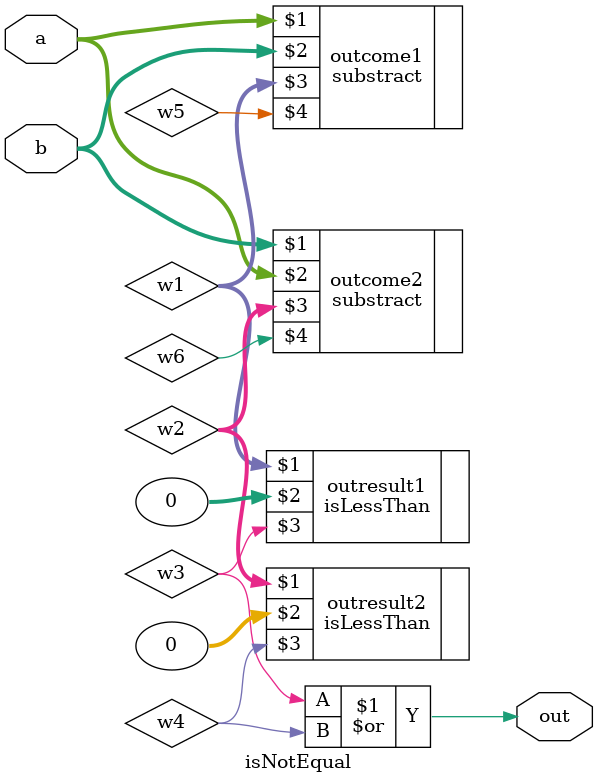
<source format=v>
module isNotEqual(a, b, out);
	input[31:0] a,b;
	output out;
	wire [31:0] w1,w2;
	wire w3, w4,w5,w6;
	
	substract outcome1( a, b, w1,w5);
	substract outcome2( b, a, w2, w6);
	isLessThan outresult1(w1, 32'b00000000000000000000000000000000, w3);
	isLessThan outresult2(w2, 32'b00000000000000000000000000000000, w4);
	or or_gate(out, w3, w4);
//	assign out = w1 ? 1:0;
	
	
		

endmodule


//if they are same, output should be 0.

</source>
